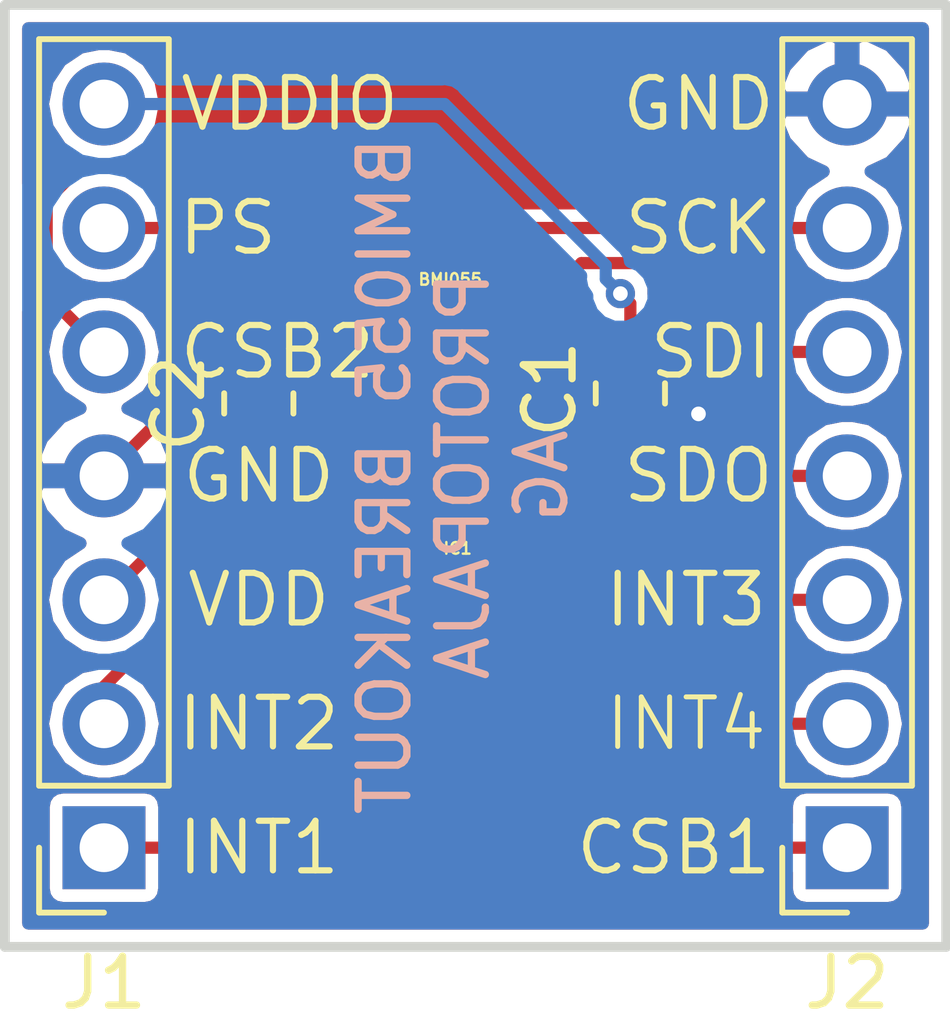
<source format=kicad_pcb>
(kicad_pcb (version 20171130) (host pcbnew 5.0.0-rc3-6a2723a~65~ubuntu18.04.1)

  (general
    (thickness 1.6)
    (drawings 19)
    (tracks 100)
    (zones 0)
    (modules 5)
    (nets 14)
  )

  (page A4)
  (title_block
    (title "BMI055 BREAKOUT")
    (date 2018-07-12)
    (rev 1)
  )

  (layers
    (0 F.Cu signal)
    (31 B.Cu signal)
    (32 B.Adhes user)
    (33 F.Adhes user)
    (34 B.Paste user)
    (35 F.Paste user)
    (36 B.SilkS user)
    (37 F.SilkS user)
    (38 B.Mask user)
    (39 F.Mask user)
    (40 Dwgs.User user)
    (41 Cmts.User user)
    (42 Eco1.User user)
    (43 Eco2.User user)
    (44 Edge.Cuts user)
    (45 Margin user)
    (46 B.CrtYd user)
    (47 F.CrtYd user)
    (48 B.Fab user hide)
    (49 F.Fab user hide)
  )

  (setup
    (last_trace_width 0.25)
    (user_trace_width 0.4)
    (trace_clearance 0.2)
    (zone_clearance 0.508)
    (zone_45_only no)
    (trace_min 0.2)
    (segment_width 0.2)
    (edge_width 0.15)
    (via_size 0.6)
    (via_drill 0.3)
    (via_min_size 0.6)
    (via_min_drill 0.3)
    (uvia_size 0.3)
    (uvia_drill 0.1)
    (uvias_allowed no)
    (uvia_min_size 0.2)
    (uvia_min_drill 0.1)
    (pcb_text_width 0.3)
    (pcb_text_size 1.5 1.5)
    (mod_edge_width 0.15)
    (mod_text_size 1 1)
    (mod_text_width 0.15)
    (pad_size 1.524 1.524)
    (pad_drill 0.762)
    (pad_to_mask_clearance 0.0254)
    (aux_axis_origin 0 0)
    (visible_elements FFFFFF7F)
    (pcbplotparams
      (layerselection 0x010f0_ffffffff)
      (usegerberextensions false)
      (usegerberattributes false)
      (usegerberadvancedattributes false)
      (creategerberjobfile false)
      (excludeedgelayer true)
      (linewidth 0.100000)
      (plotframeref false)
      (viasonmask false)
      (mode 1)
      (useauxorigin false)
      (hpglpennumber 1)
      (hpglpenspeed 20)
      (hpglpendiameter 15.000000)
      (psnegative false)
      (psa4output false)
      (plotreference true)
      (plotvalue true)
      (plotinvisibletext false)
      (padsonsilk false)
      (subtractmaskfromsilk false)
      (outputformat 1)
      (mirror false)
      (drillshape 0)
      (scaleselection 1)
      (outputdirectory "gerber/"))
  )

  (net 0 "")
  (net 1 /VDDIO)
  (net 2 GND)
  (net 3 /VDD)
  (net 4 /INT2)
  (net 5 /CSB2)
  (net 6 /PS)
  (net 7 /SCK)
  (net 8 /SDI)
  (net 9 /SDO)
  (net 10 /INT3)
  (net 11 /INT4)
  (net 12 /CSB1)
  (net 13 /INT1)

  (net_class Default "This is the default net class."
    (clearance 0.2)
    (trace_width 0.25)
    (via_dia 0.6)
    (via_drill 0.3)
    (uvia_dia 0.3)
    (uvia_drill 0.1)
    (add_net /CSB1)
    (add_net /CSB2)
    (add_net /INT1)
    (add_net /INT2)
    (add_net /INT3)
    (add_net /INT4)
    (add_net /PS)
    (add_net /SCK)
    (add_net /SDI)
    (add_net /SDO)
    (add_net /VDD)
    (add_net /VDDIO)
    (add_net GND)
  )

  (module Capacitor_SMD:C_0805_2012Metric (layer F.Cu) (tedit 5B20DC38) (tstamp 5B521563)
    (at 188.595 91.02 270)
    (descr "Capacitor SMD 0805 (2012 Metric), square (rectangular) end terminal, IPC_7351 nominal, (Body size source: http://www.tortai-tech.com/upload/download/2011102023233369053.pdf), generated with kicad-footprint-generator")
    (tags capacitor)
    (path /5B45B374)
    (attr smd)
    (fp_text reference C1 (at -0.088 1.651 270) (layer F.SilkS)
      (effects (font (size 1 1) (thickness 0.15)))
    )
    (fp_text value C (at 0 1.65 270) (layer F.Fab)
      (effects (font (size 1 1) (thickness 0.15)))
    )
    (fp_line (start -1 0.6) (end -1 -0.6) (layer F.Fab) (width 0.1))
    (fp_line (start -1 -0.6) (end 1 -0.6) (layer F.Fab) (width 0.1))
    (fp_line (start 1 -0.6) (end 1 0.6) (layer F.Fab) (width 0.1))
    (fp_line (start 1 0.6) (end -1 0.6) (layer F.Fab) (width 0.1))
    (fp_line (start -0.207983 -0.71) (end 0.207983 -0.71) (layer F.SilkS) (width 0.12))
    (fp_line (start -0.207983 0.71) (end 0.207983 0.71) (layer F.SilkS) (width 0.12))
    (fp_line (start -1.68 0.95) (end -1.68 -0.95) (layer F.CrtYd) (width 0.05))
    (fp_line (start -1.68 -0.95) (end 1.68 -0.95) (layer F.CrtYd) (width 0.05))
    (fp_line (start 1.68 -0.95) (end 1.68 0.95) (layer F.CrtYd) (width 0.05))
    (fp_line (start 1.68 0.95) (end -1.68 0.95) (layer F.CrtYd) (width 0.05))
    (fp_text user %R (at 0 0 270) (layer F.Fab)
      (effects (font (size 0.5 0.5) (thickness 0.08)))
    )
    (pad 1 smd roundrect (at -0.85 0 270) (size 1.15 1.4) (layers F.Cu F.Paste F.Mask) (roundrect_rratio 0.217391)
      (net 1 /VDDIO))
    (pad 2 smd roundrect (at 0.85 0 270) (size 1.15 1.4) (layers F.Cu F.Paste F.Mask) (roundrect_rratio 0.217391)
      (net 2 GND))
    (model ${KISYS3DMOD}/Capacitor_SMD.3dshapes/C_0805_2012Metric.wrl
      (at (xyz 0 0 0))
      (scale (xyz 1 1 1))
      (rotate (xyz 0 0 0))
    )
  )

  (module Capacitor_SMD:C_0805_2012Metric (layer F.Cu) (tedit 5B20DC38) (tstamp 5B521574)
    (at 180.975 91.225 90)
    (descr "Capacitor SMD 0805 (2012 Metric), square (rectangular) end terminal, IPC_7351 nominal, (Body size source: http://www.tortai-tech.com/upload/download/2011102023233369053.pdf), generated with kicad-footprint-generator")
    (tags capacitor)
    (path /5B45B467)
    (attr smd)
    (fp_text reference C2 (at 0 -1.65 90) (layer F.SilkS)
      (effects (font (size 1 1) (thickness 0.15)))
    )
    (fp_text value C (at 0 1.65 90) (layer F.Fab)
      (effects (font (size 1 1) (thickness 0.15)))
    )
    (fp_text user %R (at 0 0 90) (layer F.Fab)
      (effects (font (size 0.5 0.5) (thickness 0.08)))
    )
    (fp_line (start 1.68 0.95) (end -1.68 0.95) (layer F.CrtYd) (width 0.05))
    (fp_line (start 1.68 -0.95) (end 1.68 0.95) (layer F.CrtYd) (width 0.05))
    (fp_line (start -1.68 -0.95) (end 1.68 -0.95) (layer F.CrtYd) (width 0.05))
    (fp_line (start -1.68 0.95) (end -1.68 -0.95) (layer F.CrtYd) (width 0.05))
    (fp_line (start -0.207983 0.71) (end 0.207983 0.71) (layer F.SilkS) (width 0.12))
    (fp_line (start -0.207983 -0.71) (end 0.207983 -0.71) (layer F.SilkS) (width 0.12))
    (fp_line (start 1 0.6) (end -1 0.6) (layer F.Fab) (width 0.1))
    (fp_line (start 1 -0.6) (end 1 0.6) (layer F.Fab) (width 0.1))
    (fp_line (start -1 -0.6) (end 1 -0.6) (layer F.Fab) (width 0.1))
    (fp_line (start -1 0.6) (end -1 -0.6) (layer F.Fab) (width 0.1))
    (pad 2 smd roundrect (at 0.85 0 90) (size 1.15 1.4) (layers F.Cu F.Paste F.Mask) (roundrect_rratio 0.217391)
      (net 2 GND))
    (pad 1 smd roundrect (at -0.85 0 90) (size 1.15 1.4) (layers F.Cu F.Paste F.Mask) (roundrect_rratio 0.217391)
      (net 3 /VDD))
    (model ${KISYS3DMOD}/Capacitor_SMD.3dshapes/C_0805_2012Metric.wrl
      (at (xyz 0 0 0))
      (scale (xyz 1 1 1))
      (rotate (xyz 0 0 0))
    )
  )

  (module BMI055:QFN50P300X450X100-16N (layer F.Cu) (tedit 0) (tstamp 5B52158D)
    (at 184.15 91.44 180)
    (path /5B45B061)
    (attr smd)
    (fp_text reference IC1 (at -0.902299 -2.75703 180) (layer F.SilkS)
      (effects (font (size 0.236824 0.236824) (thickness 0.05)))
    )
    (fp_text value BMI055 (at -0.75154 2.75565 180) (layer F.SilkS)
      (effects (font (size 0.236706 0.236706) (thickness 0.05)))
    )
    (fp_line (start -1.50026 2.24957) (end 1.49974 2.24957) (layer Dwgs.User) (width 0.05))
    (fp_line (start 1.49974 2.24957) (end 1.49974 -2.25043) (layer Dwgs.User) (width 0.05))
    (fp_line (start 1.49974 -2.25043) (end -1.50026 -2.25043) (layer Dwgs.User) (width 0.05))
    (fp_line (start -1.50026 -2.25043) (end -1.50026 2.24957) (layer Dwgs.User) (width 0.05))
    (fp_poly (pts (xy 1.05212 -2.15) (xy 1.4 -2.15) (xy 1.4 -1.80363) (xy 1.05212 -1.80363)) (layer Dwgs.User) (width 0))
    (pad 1 smd rect (at 1.26498 -1.4987 180) (size 0.675 0.25) (layers F.Cu F.Paste F.Mask)
      (net 4 /INT2))
    (pad 2 smd rect (at 1.26498 -0.9987 180) (size 0.675 0.25) (layers F.Cu F.Paste F.Mask))
    (pad 3 smd rect (at 1.26498 -0.4987 180) (size 0.675 0.25) (layers F.Cu F.Paste F.Mask)
      (net 3 /VDD))
    (pad 4 smd rect (at 1.26498 0.0013 180) (size 0.675 0.25) (layers F.Cu F.Paste F.Mask)
      (net 2 GND))
    (pad 5 smd rect (at 1.26498 0.5013 180) (size 0.675 0.25) (layers F.Cu F.Paste F.Mask)
      (net 5 /CSB2))
    (pad 6 smd rect (at 1.26498 1.0013 180) (size 0.675 0.25) (layers F.Cu F.Paste F.Mask)
      (net 2 GND))
    (pad 7 smd rect (at 1.26498 1.5013 180) (size 0.675 0.25) (layers F.Cu F.Paste F.Mask)
      (net 6 /PS))
    (pad 8 smd rect (at 0.000228 2.01189 270) (size 0.675 0.25) (layers F.Cu F.Paste F.Mask)
      (net 7 /SCK))
    (pad 9 smd rect (at -1.26184 1.49984) (size 0.675 0.25) (layers F.Cu F.Paste F.Mask)
      (net 8 /SDI))
    (pad 10 smd rect (at -1.26184 0.999841) (size 0.675 0.25) (layers F.Cu F.Paste F.Mask)
      (net 9 /SDO))
    (pad 11 smd rect (at -1.26184 0.499841) (size 0.675 0.25) (layers F.Cu F.Paste F.Mask)
      (net 1 /VDDIO))
    (pad 12 smd rect (at -1.26184 -0.000159) (size 0.675 0.25) (layers F.Cu F.Paste F.Mask)
      (net 10 /INT3))
    (pad 13 smd rect (at -1.26184 -0.500159) (size 0.675 0.25) (layers F.Cu F.Paste F.Mask)
      (net 11 /INT4))
    (pad 14 smd rect (at -1.26184 -1.00016) (size 0.675 0.25) (layers F.Cu F.Paste F.Mask)
      (net 12 /CSB1))
    (pad 15 smd rect (at -1.26184 -1.50016) (size 0.675 0.25) (layers F.Cu F.Paste F.Mask)
      (net 9 /SDO))
    (pad 16 smd rect (at 0.000128 -2.01258 270) (size 0.675 0.25) (layers F.Cu F.Paste F.Mask)
      (net 13 /INT1))
  )

  (module Connector_PinSocket_2.54mm:PinSocket_1x07_P2.54mm_Vertical (layer F.Cu) (tedit 5A19A433) (tstamp 5B5215A8)
    (at 177.8 100.33 180)
    (descr "Through hole straight socket strip, 1x07, 2.54mm pitch, single row (from Kicad 4.0.7), script generated")
    (tags "Through hole socket strip THT 1x07 2.54mm single row")
    (path /5B46335D)
    (fp_text reference J1 (at 0 -2.77 180) (layer F.SilkS)
      (effects (font (size 1 1) (thickness 0.15)))
    )
    (fp_text value Conn_01x07 (at 0 18.01 180) (layer F.Fab)
      (effects (font (size 1 1) (thickness 0.15)))
    )
    (fp_line (start -1.27 -1.27) (end 0.635 -1.27) (layer F.Fab) (width 0.1))
    (fp_line (start 0.635 -1.27) (end 1.27 -0.635) (layer F.Fab) (width 0.1))
    (fp_line (start 1.27 -0.635) (end 1.27 16.51) (layer F.Fab) (width 0.1))
    (fp_line (start 1.27 16.51) (end -1.27 16.51) (layer F.Fab) (width 0.1))
    (fp_line (start -1.27 16.51) (end -1.27 -1.27) (layer F.Fab) (width 0.1))
    (fp_line (start -1.33 1.27) (end 1.33 1.27) (layer F.SilkS) (width 0.12))
    (fp_line (start -1.33 1.27) (end -1.33 16.57) (layer F.SilkS) (width 0.12))
    (fp_line (start -1.33 16.57) (end 1.33 16.57) (layer F.SilkS) (width 0.12))
    (fp_line (start 1.33 1.27) (end 1.33 16.57) (layer F.SilkS) (width 0.12))
    (fp_line (start 1.33 -1.33) (end 1.33 0) (layer F.SilkS) (width 0.12))
    (fp_line (start 0 -1.33) (end 1.33 -1.33) (layer F.SilkS) (width 0.12))
    (fp_line (start -1.8 -1.8) (end 1.75 -1.8) (layer F.CrtYd) (width 0.05))
    (fp_line (start 1.75 -1.8) (end 1.75 17) (layer F.CrtYd) (width 0.05))
    (fp_line (start 1.75 17) (end -1.8 17) (layer F.CrtYd) (width 0.05))
    (fp_line (start -1.8 17) (end -1.8 -1.8) (layer F.CrtYd) (width 0.05))
    (fp_text user %R (at 0 7.62 270) (layer F.Fab)
      (effects (font (size 1 1) (thickness 0.15)))
    )
    (pad 1 thru_hole rect (at 0 0 180) (size 1.7 1.7) (drill 1) (layers *.Cu *.Mask)
      (net 13 /INT1))
    (pad 2 thru_hole oval (at 0 2.54 180) (size 1.7 1.7) (drill 1) (layers *.Cu *.Mask)
      (net 4 /INT2))
    (pad 3 thru_hole oval (at 0 5.08 180) (size 1.7 1.7) (drill 1) (layers *.Cu *.Mask)
      (net 3 /VDD))
    (pad 4 thru_hole oval (at 0 7.62 180) (size 1.7 1.7) (drill 1) (layers *.Cu *.Mask)
      (net 2 GND))
    (pad 5 thru_hole oval (at 0 10.16 180) (size 1.7 1.7) (drill 1) (layers *.Cu *.Mask)
      (net 5 /CSB2))
    (pad 6 thru_hole oval (at 0 12.7 180) (size 1.7 1.7) (drill 1) (layers *.Cu *.Mask)
      (net 6 /PS))
    (pad 7 thru_hole oval (at 0 15.24 180) (size 1.7 1.7) (drill 1) (layers *.Cu *.Mask)
      (net 1 /VDDIO))
    (model ${KISYS3DMOD}/Connector_PinSocket_2.54mm.3dshapes/PinSocket_1x07_P2.54mm_Vertical.wrl
      (at (xyz 0 0 0))
      (scale (xyz 1 1 1))
      (rotate (xyz 0 0 0))
    )
  )

  (module Connector_PinSocket_2.54mm:PinSocket_1x07_P2.54mm_Vertical (layer F.Cu) (tedit 5A19A433) (tstamp 5B5215C3)
    (at 193.04 100.33 180)
    (descr "Through hole straight socket strip, 1x07, 2.54mm pitch, single row (from Kicad 4.0.7), script generated")
    (tags "Through hole socket strip THT 1x07 2.54mm single row")
    (path /5B468807)
    (fp_text reference J2 (at 0 -2.77 180) (layer F.SilkS)
      (effects (font (size 1 1) (thickness 0.15)))
    )
    (fp_text value Conn_01x07 (at 0 18.01 180) (layer F.Fab)
      (effects (font (size 1 1) (thickness 0.15)))
    )
    (fp_text user %R (at 0 7.62 270) (layer F.Fab)
      (effects (font (size 1 1) (thickness 0.15)))
    )
    (fp_line (start -1.8 17) (end -1.8 -1.8) (layer F.CrtYd) (width 0.05))
    (fp_line (start 1.75 17) (end -1.8 17) (layer F.CrtYd) (width 0.05))
    (fp_line (start 1.75 -1.8) (end 1.75 17) (layer F.CrtYd) (width 0.05))
    (fp_line (start -1.8 -1.8) (end 1.75 -1.8) (layer F.CrtYd) (width 0.05))
    (fp_line (start 0 -1.33) (end 1.33 -1.33) (layer F.SilkS) (width 0.12))
    (fp_line (start 1.33 -1.33) (end 1.33 0) (layer F.SilkS) (width 0.12))
    (fp_line (start 1.33 1.27) (end 1.33 16.57) (layer F.SilkS) (width 0.12))
    (fp_line (start -1.33 16.57) (end 1.33 16.57) (layer F.SilkS) (width 0.12))
    (fp_line (start -1.33 1.27) (end -1.33 16.57) (layer F.SilkS) (width 0.12))
    (fp_line (start -1.33 1.27) (end 1.33 1.27) (layer F.SilkS) (width 0.12))
    (fp_line (start -1.27 16.51) (end -1.27 -1.27) (layer F.Fab) (width 0.1))
    (fp_line (start 1.27 16.51) (end -1.27 16.51) (layer F.Fab) (width 0.1))
    (fp_line (start 1.27 -0.635) (end 1.27 16.51) (layer F.Fab) (width 0.1))
    (fp_line (start 0.635 -1.27) (end 1.27 -0.635) (layer F.Fab) (width 0.1))
    (fp_line (start -1.27 -1.27) (end 0.635 -1.27) (layer F.Fab) (width 0.1))
    (pad 7 thru_hole oval (at 0 15.24 180) (size 1.7 1.7) (drill 1) (layers *.Cu *.Mask)
      (net 2 GND))
    (pad 6 thru_hole oval (at 0 12.7 180) (size 1.7 1.7) (drill 1) (layers *.Cu *.Mask)
      (net 7 /SCK))
    (pad 5 thru_hole oval (at 0 10.16 180) (size 1.7 1.7) (drill 1) (layers *.Cu *.Mask)
      (net 8 /SDI))
    (pad 4 thru_hole oval (at 0 7.62 180) (size 1.7 1.7) (drill 1) (layers *.Cu *.Mask)
      (net 10 /INT3))
    (pad 3 thru_hole oval (at 0 5.08 180) (size 1.7 1.7) (drill 1) (layers *.Cu *.Mask)
      (net 11 /INT4))
    (pad 2 thru_hole oval (at 0 2.54 180) (size 1.7 1.7) (drill 1) (layers *.Cu *.Mask)
      (net 12 /CSB1))
    (pad 1 thru_hole rect (at 0 0 180) (size 1.7 1.7) (drill 1) (layers *.Cu *.Mask)
      (net 9 /SDO))
    (model ${KISYS3DMOD}/Connector_PinSocket_2.54mm.3dshapes/PinSocket_1x07_P2.54mm_Vertical.wrl
      (at (xyz 0 0 0))
      (scale (xyz 1 1 1))
      (rotate (xyz 0 0 0))
    )
  )

  (gr_line (start 175.768 102.362) (end 195.072 102.362) (layer Edge.Cuts) (width 0.2))
  (gr_line (start 175.768 83.058) (end 175.768 102.362) (layer Edge.Cuts) (width 0.2))
  (gr_line (start 195.072 83.058) (end 175.768 83.058) (layer Edge.Cuts) (width 0.2))
  (gr_line (start 195.072 102.362) (end 195.072 83.058) (layer Edge.Cuts) (width 0.2))
  (gr_text "BMI055 BREAKOUT\nPROTOPAJA\nAG" (at 185.166 92.71 90) (layer B.SilkS)
    (effects (font (size 1 1) (thickness 0.15)) (justify mirror))
  )
  (gr_text GND (at 189.992 85.09) (layer F.SilkS)
    (effects (font (size 1.016 1.016) (thickness 0.127)))
  )
  (gr_text VDDIO (at 181.61 85.09) (layer F.SilkS)
    (effects (font (size 1.016 1.016) (thickness 0.127)))
  )
  (gr_text PS (at 180.34 87.63) (layer F.SilkS)
    (effects (font (size 1.016 1.016) (thickness 0.127)))
  )
  (gr_text CSB2 (at 181.356 90.17) (layer F.SilkS)
    (effects (font (size 1.016 1.016) (thickness 0.127)))
  )
  (gr_text GND (at 180.975 92.71) (layer F.SilkS)
    (effects (font (size 1.016 1.016) (thickness 0.127)))
  )
  (gr_text VDD (at 180.975 95.25) (layer F.SilkS)
    (effects (font (size 1.016 1.016) (thickness 0.127)))
  )
  (gr_text INT2 (at 180.975 97.79) (layer F.SilkS)
    (effects (font (size 1.016 1.016) (thickness 0.127)))
  )
  (gr_text INT1 (at 180.975 100.33) (layer F.SilkS)
    (effects (font (size 1.016 1.016) (thickness 0.127)))
  )
  (gr_text CSB1 (at 189.484 100.33) (layer F.SilkS)
    (effects (font (size 1.016 1.016) (thickness 0.127)))
  )
  (gr_text INT4 (at 189.738 97.79) (layer F.SilkS)
    (effects (font (size 1.016 1.016) (thickness 0.1016)))
  )
  (gr_text INT3 (at 189.738 95.25) (layer F.SilkS)
    (effects (font (size 1.016 1.016) (thickness 0.127)))
  )
  (gr_text SDO (at 189.992 92.71) (layer F.SilkS)
    (effects (font (size 1.016 1.016) (thickness 0.127)))
  )
  (gr_text SDI (at 190.246 90.17) (layer F.SilkS)
    (effects (font (size 1.016 1.016) (thickness 0.127)))
  )
  (gr_text SCK (at 189.992 87.63) (layer F.SilkS)
    (effects (font (size 1.016 1.016) (thickness 0.127)))
  )

  (segment (start 185.99934 90.940159) (end 185.41184 90.940159) (width 0.25) (layer F.Cu) (net 1) (status 20))
  (segment (start 187.824841 90.940159) (end 185.99934 90.940159) (width 0.25) (layer F.Cu) (net 1))
  (segment (start 188.595 90.17) (end 187.824841 90.940159) (width 0.25) (layer F.Cu) (net 1) (status 10))
  (segment (start 177.8 85.09) (end 184.785 85.09) (width 0.25) (layer B.Cu) (net 1) (status 10))
  (via (at 188.390434 88.974999) (size 0.6) (drill 0.3) (layers F.Cu B.Cu) (net 1))
  (segment (start 188.595 90.17) (end 188.595 89.179565) (width 0.25) (layer F.Cu) (net 1))
  (segment (start 188.595 89.179565) (end 188.390434 88.974999) (width 0.25) (layer F.Cu) (net 1))
  (segment (start 188.090435 88.675) (end 188.090435 88.395435) (width 0.25) (layer B.Cu) (net 1))
  (segment (start 188.090435 88.395435) (end 184.785 85.09) (width 0.25) (layer B.Cu) (net 1))
  (segment (start 188.390434 88.974999) (end 188.090435 88.675) (width 0.25) (layer B.Cu) (net 1))
  (segment (start 181.0387 90.4387) (end 180.975 90.375) (width 0.25) (layer F.Cu) (net 2) (status 30))
  (segment (start 182.88502 90.4387) (end 181.0387 90.4387) (width 0.25) (layer F.Cu) (net 2) (status 30))
  (segment (start 180.135 90.375) (end 177.8 92.71) (width 0.25) (layer F.Cu) (net 2) (status 20))
  (segment (start 180.975 90.375) (end 180.135 90.375) (width 0.25) (layer F.Cu) (net 2) (status 10))
  (segment (start 182.222519 91.363699) (end 182.29882 91.44) (width 0.25) (layer F.Cu) (net 2))
  (segment (start 182.88502 90.4387) (end 182.29752 90.4387) (width 0.25) (layer F.Cu) (net 2) (status 10))
  (segment (start 182.29752 91.4387) (end 182.88502 91.4387) (width 0.25) (layer F.Cu) (net 2) (status 20))
  (segment (start 182.222519 91.363699) (end 182.29752 91.4387) (width 0.25) (layer F.Cu) (net 2))
  (segment (start 185.599002 92.71) (end 179.002081 92.71) (width 0.25) (layer B.Cu) (net 2))
  (segment (start 179.002081 92.71) (end 177.8 92.71) (width 0.25) (layer B.Cu) (net 2) (status 20))
  (segment (start 189.145001 89.164001) (end 185.599002 92.71) (width 0.25) (layer B.Cu) (net 2))
  (segment (start 191.77 85.09) (end 189.145001 87.714999) (width 0.25) (layer B.Cu) (net 2))
  (segment (start 188.595 91.87) (end 189.562 91.87) (width 0.25) (layer F.Cu) (net 2) (status 10))
  (segment (start 189.562 91.87) (end 189.992 91.44) (width 0.25) (layer F.Cu) (net 2))
  (segment (start 189.145001 87.714999) (end 189.145001 89.164001) (width 0.25) (layer B.Cu) (net 2))
  (segment (start 189.145001 89.164001) (end 189.748001 89.164001) (width 0.25) (layer B.Cu) (net 2))
  (segment (start 189.992 89.408) (end 189.992 91.44) (width 0.25) (layer B.Cu) (net 2))
  (segment (start 189.748001 89.164001) (end 189.992 89.408) (width 0.25) (layer B.Cu) (net 2))
  (segment (start 191.77 85.09) (end 193.04 85.09) (width 0.25) (layer B.Cu) (net 2) (status 20))
  (segment (start 182.222519 90.513701) (end 182.29752 90.4387) (width 0.25) (layer F.Cu) (net 2))
  (segment (start 182.222519 91.363699) (end 182.222519 90.513701) (width 0.25) (layer F.Cu) (net 2))
  (segment (start 189.992 91.44) (end 189.992 91.44) (width 0.25) (layer F.Cu) (net 2) (tstamp 5B535BEF))
  (via (at 189.992 91.44) (size 0.6) (drill 0.3) (layers F.Cu B.Cu) (net 2))
  (segment (start 181.1113 91.9387) (end 180.975 92.075) (width 0.25) (layer F.Cu) (net 3) (status 30))
  (segment (start 182.88502 91.9387) (end 181.1113 91.9387) (width 0.25) (layer F.Cu) (net 3) (status 30))
  (segment (start 180.975 92.075) (end 177.8 95.25) (width 0.25) (layer F.Cu) (net 3) (status 30))
  (segment (start 177.82122 97.79) (end 177.8 97.79) (width 0.25) (layer F.Cu) (net 4) (status 30))
  (segment (start 182.88502 92.9387) (end 182.67252 92.9387) (width 0.25) (layer F.Cu) (net 4) (status 30))
  (segment (start 177.8 97.028) (end 177.8 97.79) (width 0.25) (layer F.Cu) (net 4) (status 30))
  (segment (start 182.88502 92.9387) (end 181.8893 92.9387) (width 0.25) (layer F.Cu) (net 4) (status 10))
  (segment (start 181.8893 92.9387) (end 177.8 97.028) (width 0.25) (layer F.Cu) (net 4) (status 20))
  (segment (start 176.624999 88.994999) (end 176.950001 89.320001) (width 0.25) (layer F.Cu) (net 5) (status 20))
  (segment (start 177.330998 86.36) (end 176.624999 87.065999) (width 0.25) (layer F.Cu) (net 5))
  (segment (start 180.34 86.36) (end 177.330998 86.36) (width 0.25) (layer F.Cu) (net 5))
  (segment (start 183.432522 90.9387) (end 183.547521 90.823701) (width 0.25) (layer F.Cu) (net 5))
  (segment (start 176.950001 89.320001) (end 177.8 90.17) (width 0.25) (layer F.Cu) (net 5) (status 30))
  (segment (start 182.88502 90.9387) (end 183.432522 90.9387) (width 0.25) (layer F.Cu) (net 5) (status 10))
  (segment (start 176.624999 87.065999) (end 176.624999 88.994999) (width 0.25) (layer F.Cu) (net 5))
  (segment (start 183.547521 90.823701) (end 183.547521 89.553699) (width 0.25) (layer F.Cu) (net 5))
  (segment (start 183.547521 89.553699) (end 180.448821 86.454999) (width 0.25) (layer F.Cu) (net 5))
  (segment (start 180.448821 86.454999) (end 180.434999 86.454999) (width 0.25) (layer F.Cu) (net 5))
  (segment (start 180.434999 86.454999) (end 180.34 86.36) (width 0.25) (layer F.Cu) (net 5))
  (segment (start 179.002081 87.63) (end 177.8 87.63) (width 0.25) (layer F.Cu) (net 6) (status 20))
  (segment (start 182.88502 89.9387) (end 182.67252 89.9387) (width 0.25) (layer F.Cu) (net 6) (status 30))
  (segment (start 182.88502 89.9387) (end 182.1407 89.9387) (width 0.25) (layer F.Cu) (net 6) (status 10))
  (segment (start 181.864 89.662) (end 179.832 87.63) (width 0.25) (layer F.Cu) (net 6))
  (segment (start 182.1407 89.9387) (end 181.864 89.662) (width 0.25) (layer F.Cu) (net 6))
  (segment (start 179.832 87.63) (end 179.002081 87.63) (width 0.25) (layer F.Cu) (net 6))
  (segment (start 184.149772 89.21561) (end 184.15 89.215382) (width 0.25) (layer F.Cu) (net 7) (status 30))
  (segment (start 184.149772 89.42811) (end 184.149772 89.21561) (width 0.25) (layer F.Cu) (net 7) (status 30))
  (segment (start 184.15 89.215382) (end 184.15 88.265) (width 0.25) (layer F.Cu) (net 7) (status 10))
  (segment (start 184.785 87.63) (end 191.77 87.63) (width 0.25) (layer F.Cu) (net 7))
  (segment (start 184.15 88.265) (end 184.785 87.63) (width 0.25) (layer F.Cu) (net 7))
  (segment (start 191.77 87.63) (end 193.04 87.63) (width 0.25) (layer F.Cu) (net 7) (status 20))
  (segment (start 189.949999 88.349999) (end 191.77 90.17) (width 0.25) (layer F.Cu) (net 8))
  (segment (start 187.589501 88.349999) (end 189.949999 88.349999) (width 0.25) (layer F.Cu) (net 8))
  (segment (start 185.41184 89.94016) (end 185.99934 89.94016) (width 0.25) (layer F.Cu) (net 8) (status 10))
  (segment (start 191.77 90.17) (end 193.04 90.17) (width 0.25) (layer F.Cu) (net 8) (status 20))
  (segment (start 185.99934 89.94016) (end 187.589501 88.349999) (width 0.25) (layer F.Cu) (net 8))
  (segment (start 185.41184 95.07184) (end 190.67 100.33) (width 0.25) (layer F.Cu) (net 9))
  (segment (start 190.67 100.33) (end 191.77 100.33) (width 0.25) (layer F.Cu) (net 9))
  (segment (start 185.41184 92.94016) (end 185.41184 95.07184) (width 0.25) (layer F.Cu) (net 9) (status 10))
  (segment (start 184.82434 90.440159) (end 184.749339 90.51516) (width 0.25) (layer F.Cu) (net 9))
  (segment (start 184.82434 92.94016) (end 185.41184 92.94016) (width 0.25) (layer F.Cu) (net 9) (status 20))
  (segment (start 184.749339 92.865159) (end 184.82434 92.94016) (width 0.25) (layer F.Cu) (net 9))
  (segment (start 184.749339 90.51516) (end 184.749339 92.865159) (width 0.25) (layer F.Cu) (net 9))
  (segment (start 185.41184 90.440159) (end 184.82434 90.440159) (width 0.25) (layer F.Cu) (net 9) (status 10))
  (segment (start 191.77 100.33) (end 193.04 100.33) (width 0.25) (layer F.Cu) (net 9) (status 20))
  (segment (start 190.567919 92.71) (end 191.77 92.71) (width 0.25) (layer F.Cu) (net 10))
  (segment (start 190.507909 92.77001) (end 190.567919 92.71) (width 0.25) (layer F.Cu) (net 10))
  (segment (start 185.41184 91.440159) (end 186.689841 91.440159) (width 0.25) (layer F.Cu) (net 10) (status 10))
  (segment (start 186.689841 91.440159) (end 187.324682 92.075) (width 0.25) (layer F.Cu) (net 10))
  (segment (start 187.90682 92.77001) (end 190.507909 92.77001) (width 0.25) (layer F.Cu) (net 10))
  (segment (start 187.324682 92.187872) (end 187.90682 92.77001) (width 0.25) (layer F.Cu) (net 10))
  (segment (start 187.324682 92.075) (end 187.324682 92.187872) (width 0.25) (layer F.Cu) (net 10))
  (segment (start 191.77 92.71) (end 193.04 92.71) (width 0.25) (layer F.Cu) (net 10) (status 20))
  (segment (start 185.41184 91.940159) (end 186.428159 91.940159) (width 0.25) (layer F.Cu) (net 11) (status 10))
  (segment (start 189.738 95.25) (end 191.77 95.25) (width 0.25) (layer F.Cu) (net 11))
  (segment (start 186.428159 91.940159) (end 189.738 95.25) (width 0.25) (layer F.Cu) (net 11))
  (segment (start 191.77 95.25) (end 193.04 95.25) (width 0.25) (layer F.Cu) (net 11) (status 20))
  (segment (start 190.920001 96.940001) (end 191.77 97.79) (width 0.25) (layer F.Cu) (net 12))
  (segment (start 190.499181 96.940001) (end 190.920001 96.940001) (width 0.25) (layer F.Cu) (net 12))
  (segment (start 185.99934 92.44016) (end 190.499181 96.940001) (width 0.25) (layer F.Cu) (net 12))
  (segment (start 185.41184 92.44016) (end 185.99934 92.44016) (width 0.25) (layer F.Cu) (net 12) (status 10))
  (segment (start 191.77 97.79) (end 193.04 97.79) (width 0.25) (layer F.Cu) (net 12) (status 20))
  (segment (start 177.8 100.014952) (end 177.8 100.33) (width 0.25) (layer F.Cu) (net 13) (status 30))
  (segment (start 184.149872 93.45258) (end 184.149872 93.66508) (width 0.25) (layer F.Cu) (net 13) (status 30))
  (segment (start 184.149872 93.45258) (end 184.149872 95.885128) (width 0.25) (layer F.Cu) (net 13) (status 10))
  (segment (start 179.705 100.33) (end 177.8 100.33) (width 0.25) (layer F.Cu) (net 13) (status 20))
  (segment (start 184.149872 95.885128) (end 179.705 100.33) (width 0.25) (layer F.Cu) (net 13))

  (zone (net 2) (net_name GND) (layer F.Cu) (tstamp 5B473BE3) (hatch edge 0.508)
    (connect_pads (clearance 0.254))
    (min_thickness 0.254)
    (fill yes (arc_segments 16) (thermal_gap 0.508) (thermal_bridge_width 0.508))
    (polygon
      (pts
        (xy 175.768 83.058) (xy 195.072 83.058) (xy 195.072 102.362) (xy 175.768 102.362)
      )
    )
    (filled_polygon
      (pts
        (xy 194.591 101.881) (xy 176.249 101.881) (xy 176.249 89.343052) (xy 176.260194 89.359805) (xy 176.302444 89.388035)
        (xy 176.627443 89.713035) (xy 176.627446 89.713037) (xy 176.634397 89.719988) (xy 176.544884 90.17) (xy 176.640424 90.650312)
        (xy 176.912499 91.057501) (xy 177.316963 91.327755) (xy 176.918642 91.514817) (xy 176.528355 91.943076) (xy 176.358524 92.35311)
        (xy 176.479845 92.583) (xy 177.673 92.583) (xy 177.673 92.563) (xy 177.927 92.563) (xy 177.927 92.583)
        (xy 179.120155 92.583) (xy 179.241476 92.35311) (xy 179.071645 91.943076) (xy 178.681358 91.514817) (xy 178.283037 91.327755)
        (xy 178.687501 91.057501) (xy 178.959576 90.650312) (xy 179.055116 90.17) (xy 178.959576 89.689688) (xy 178.687501 89.282499)
        (xy 178.280312 89.010424) (xy 177.921239 88.939) (xy 177.678761 88.939) (xy 177.349988 89.004397) (xy 177.343037 88.997446)
        (xy 177.343035 88.997443) (xy 177.130999 88.785408) (xy 177.130999 88.663498) (xy 177.319688 88.789576) (xy 177.678761 88.861)
        (xy 177.921239 88.861) (xy 178.280312 88.789576) (xy 178.687501 88.517501) (xy 178.942412 88.136) (xy 179.622409 88.136)
        (xy 180.651408 89.165) (xy 180.14869 89.165) (xy 179.915301 89.261673) (xy 179.736673 89.440302) (xy 179.64 89.673691)
        (xy 179.64 90.08925) (xy 179.79875 90.248) (xy 180.848 90.248) (xy 180.848 90.228) (xy 181.102 90.228)
        (xy 181.102 90.248) (xy 181.122 90.248) (xy 181.122 90.502) (xy 181.102 90.502) (xy 181.102 90.522)
        (xy 180.848 90.522) (xy 180.848 90.502) (xy 179.79875 90.502) (xy 179.64 90.66075) (xy 179.64 91.076309)
        (xy 179.736673 91.309698) (xy 179.915301 91.488327) (xy 179.939912 91.498521) (xy 179.935136 91.50567) (xy 179.886536 91.749999)
        (xy 179.886536 92.400001) (xy 179.894478 92.43993) (xy 179.223063 93.111345) (xy 179.241476 93.06689) (xy 179.120155 92.837)
        (xy 177.927 92.837) (xy 177.927 92.857) (xy 177.673 92.857) (xy 177.673 92.837) (xy 176.479845 92.837)
        (xy 176.358524 93.06689) (xy 176.528355 93.476924) (xy 176.918642 93.905183) (xy 177.316963 94.092245) (xy 176.912499 94.362499)
        (xy 176.640424 94.769688) (xy 176.544884 95.25) (xy 176.640424 95.730312) (xy 176.912499 96.137501) (xy 177.319688 96.409576)
        (xy 177.639265 96.473144) (xy 177.522284 96.590125) (xy 177.319688 96.630424) (xy 176.912499 96.902499) (xy 176.640424 97.309688)
        (xy 176.544884 97.79) (xy 176.640424 98.270312) (xy 176.912499 98.677501) (xy 177.319688 98.949576) (xy 177.678761 99.021)
        (xy 177.921239 99.021) (xy 178.280312 98.949576) (xy 178.687501 98.677501) (xy 178.959576 98.270312) (xy 179.055116 97.79)
        (xy 178.959576 97.309688) (xy 178.687501 96.902499) (xy 178.659681 96.88391) (xy 182.098893 93.4447) (xy 182.509996 93.4447)
        (xy 182.54752 93.452164) (xy 183.22252 93.452164) (xy 183.371179 93.422594) (xy 183.497206 93.338386) (xy 183.581414 93.212359)
        (xy 183.610984 93.0637) (xy 183.610984 92.8137) (xy 183.58612 92.6887) (xy 183.610984 92.5637) (xy 183.610984 92.3137)
        (xy 183.58612 92.1887) (xy 183.60861 92.075635) (xy 183.760847 91.923399) (xy 183.85752 91.69001) (xy 183.85752 91.65995)
        (xy 183.69877 91.5012) (xy 183.440613 91.5012) (xy 183.371179 91.454806) (xy 183.320373 91.4447) (xy 183.382688 91.4447)
        (xy 183.432522 91.454613) (xy 183.482356 91.4447) (xy 183.482357 91.4447) (xy 183.629953 91.415341) (xy 183.688532 91.3762)
        (xy 183.69877 91.3762) (xy 183.719384 91.355586) (xy 183.797328 91.303506) (xy 183.825561 91.261252) (xy 183.870074 91.216739)
        (xy 183.912327 91.188507) (xy 184.024162 91.021132) (xy 184.053521 90.873536) (xy 184.053521 90.873535) (xy 184.063434 90.823702)
        (xy 184.053521 90.773868) (xy 184.053521 90.154074) (xy 184.274772 90.154074) (xy 184.423132 90.124564) (xy 184.384533 90.150354)
        (xy 184.272698 90.31773) (xy 184.251023 90.426695) (xy 184.233426 90.51516) (xy 184.243339 90.564994) (xy 184.24334 92.726616)
        (xy 184.024872 92.726616) (xy 183.876213 92.756186) (xy 183.750186 92.840394) (xy 183.665978 92.966421) (xy 183.636408 93.11508)
        (xy 183.636408 93.79008) (xy 183.643872 93.827605) (xy 183.643873 95.675535) (xy 179.495409 99.824) (xy 179.038464 99.824)
        (xy 179.038464 99.48) (xy 179.008894 99.331341) (xy 178.924686 99.205314) (xy 178.798659 99.121106) (xy 178.65 99.091536)
        (xy 176.95 99.091536) (xy 176.801341 99.121106) (xy 176.675314 99.205314) (xy 176.591106 99.331341) (xy 176.561536 99.48)
        (xy 176.561536 101.18) (xy 176.591106 101.328659) (xy 176.675314 101.454686) (xy 176.801341 101.538894) (xy 176.95 101.568464)
        (xy 178.65 101.568464) (xy 178.798659 101.538894) (xy 178.924686 101.454686) (xy 179.008894 101.328659) (xy 179.038464 101.18)
        (xy 179.038464 100.836) (xy 179.655166 100.836) (xy 179.705 100.845913) (xy 179.754834 100.836) (xy 179.754835 100.836)
        (xy 179.902431 100.806641) (xy 180.069806 100.694806) (xy 180.098039 100.652552) (xy 184.472427 96.278165) (xy 184.514678 96.249934)
        (xy 184.626513 96.082559) (xy 184.655872 95.934963) (xy 184.665785 95.885129) (xy 184.655872 95.835295) (xy 184.655872 93.827604)
        (xy 184.663336 93.79008) (xy 184.663336 93.424047) (xy 184.774505 93.44616) (xy 184.824339 93.456073) (xy 184.874173 93.44616)
        (xy 184.90584 93.44616) (xy 184.905841 95.022001) (xy 184.895927 95.07184) (xy 184.931367 95.25) (xy 184.9352 95.269271)
        (xy 185.047035 95.436646) (xy 185.089286 95.464877) (xy 190.276963 100.652555) (xy 190.305194 100.694806) (xy 190.472569 100.806641)
        (xy 190.620165 100.836) (xy 190.669999 100.845913) (xy 190.719833 100.836) (xy 191.801536 100.836) (xy 191.801536 101.18)
        (xy 191.831106 101.328659) (xy 191.915314 101.454686) (xy 192.041341 101.538894) (xy 192.19 101.568464) (xy 193.89 101.568464)
        (xy 194.038659 101.538894) (xy 194.164686 101.454686) (xy 194.248894 101.328659) (xy 194.278464 101.18) (xy 194.278464 99.48)
        (xy 194.248894 99.331341) (xy 194.164686 99.205314) (xy 194.038659 99.121106) (xy 193.89 99.091536) (xy 192.19 99.091536)
        (xy 192.041341 99.121106) (xy 191.915314 99.205314) (xy 191.831106 99.331341) (xy 191.801536 99.48) (xy 191.801536 99.824)
        (xy 190.879592 99.824) (xy 185.91784 94.862249) (xy 185.91784 93.410797) (xy 186.024026 93.339846) (xy 186.087876 93.244287)
        (xy 190.106144 97.262556) (xy 190.134375 97.304807) (xy 190.30175 97.416642) (xy 190.449346 97.446001) (xy 190.49918 97.455914)
        (xy 190.549014 97.446001) (xy 190.71041 97.446001) (xy 191.376963 98.112555) (xy 191.405194 98.154806) (xy 191.572569 98.266641)
        (xy 191.720165 98.296) (xy 191.769999 98.305913) (xy 191.819833 98.296) (xy 191.897588 98.296) (xy 192.152499 98.677501)
        (xy 192.559688 98.949576) (xy 192.918761 99.021) (xy 193.161239 99.021) (xy 193.520312 98.949576) (xy 193.927501 98.677501)
        (xy 194.199576 98.270312) (xy 194.295116 97.79) (xy 194.199576 97.309688) (xy 193.927501 96.902499) (xy 193.520312 96.630424)
        (xy 193.161239 96.559) (xy 192.918761 96.559) (xy 192.559688 96.630424) (xy 192.152499 96.902499) (xy 191.930434 97.234842)
        (xy 191.313039 96.617448) (xy 191.284807 96.575195) (xy 191.117432 96.46336) (xy 190.969836 96.434001) (xy 190.969835 96.434001)
        (xy 190.920001 96.424088) (xy 190.870167 96.434001) (xy 190.708773 96.434001) (xy 190.030772 95.756) (xy 191.897588 95.756)
        (xy 192.152499 96.137501) (xy 192.559688 96.409576) (xy 192.918761 96.481) (xy 193.161239 96.481) (xy 193.520312 96.409576)
        (xy 193.927501 96.137501) (xy 194.199576 95.730312) (xy 194.295116 95.25) (xy 194.199576 94.769688) (xy 193.927501 94.362499)
        (xy 193.520312 94.090424) (xy 193.161239 94.019) (xy 192.918761 94.019) (xy 192.559688 94.090424) (xy 192.152499 94.362499)
        (xy 191.897588 94.744) (xy 189.947592 94.744) (xy 188.479602 93.27601) (xy 190.458075 93.27601) (xy 190.507909 93.285923)
        (xy 190.557743 93.27601) (xy 190.557744 93.27601) (xy 190.70534 93.246651) (xy 190.751213 93.216) (xy 191.897588 93.216)
        (xy 192.152499 93.597501) (xy 192.559688 93.869576) (xy 192.918761 93.941) (xy 193.161239 93.941) (xy 193.520312 93.869576)
        (xy 193.927501 93.597501) (xy 194.199576 93.190312) (xy 194.295116 92.71) (xy 194.199576 92.229688) (xy 193.927501 91.822499)
        (xy 193.520312 91.550424) (xy 193.161239 91.479) (xy 192.918761 91.479) (xy 192.559688 91.550424) (xy 192.152499 91.822499)
        (xy 191.897588 92.204) (xy 190.617753 92.204) (xy 190.567919 92.194087) (xy 190.518085 92.204) (xy 190.518084 92.204)
        (xy 190.370488 92.233359) (xy 190.324615 92.26401) (xy 189.93 92.26401) (xy 189.93 92.15575) (xy 189.77125 91.997)
        (xy 188.722 91.997) (xy 188.722 92.017) (xy 188.468 92.017) (xy 188.468 91.997) (xy 188.448 91.997)
        (xy 188.448 91.743) (xy 188.468 91.743) (xy 188.468 91.723) (xy 188.722 91.723) (xy 188.722 91.743)
        (xy 189.77125 91.743) (xy 189.93 91.58425) (xy 189.93 91.168691) (xy 189.833327 90.935302) (xy 189.654699 90.756673)
        (xy 189.630088 90.746479) (xy 189.634864 90.73933) (xy 189.683464 90.495001) (xy 189.683464 89.844999) (xy 189.634864 89.60067)
        (xy 189.496463 89.393537) (xy 189.28933 89.255136) (xy 189.103243 89.218121) (xy 189.110913 89.179564) (xy 189.099576 89.122569)
        (xy 189.071641 88.982134) (xy 189.071434 88.981824) (xy 189.071434 88.855999) (xy 189.740408 88.855999) (xy 191.376963 90.492555)
        (xy 191.405194 90.534806) (xy 191.572569 90.646641) (xy 191.720165 90.676) (xy 191.769999 90.685913) (xy 191.819833 90.676)
        (xy 191.897588 90.676) (xy 192.152499 91.057501) (xy 192.559688 91.329576) (xy 192.918761 91.401) (xy 193.161239 91.401)
        (xy 193.520312 91.329576) (xy 193.927501 91.057501) (xy 194.199576 90.650312) (xy 194.295116 90.17) (xy 194.199576 89.689688)
        (xy 193.927501 89.282499) (xy 193.520312 89.010424) (xy 193.161239 88.939) (xy 192.918761 88.939) (xy 192.559688 89.010424)
        (xy 192.152499 89.282499) (xy 191.930434 89.614842) (xy 190.451591 88.136) (xy 191.897588 88.136) (xy 192.152499 88.517501)
        (xy 192.559688 88.789576) (xy 192.918761 88.861) (xy 193.161239 88.861) (xy 193.520312 88.789576) (xy 193.927501 88.517501)
        (xy 194.199576 88.110312) (xy 194.295116 87.63) (xy 194.199576 87.149688) (xy 193.927501 86.742499) (xy 193.523037 86.472245)
        (xy 193.921358 86.285183) (xy 194.311645 85.856924) (xy 194.481476 85.44689) (xy 194.360155 85.217) (xy 193.167 85.217)
        (xy 193.167 85.237) (xy 192.913 85.237) (xy 192.913 85.217) (xy 191.719845 85.217) (xy 191.598524 85.44689)
        (xy 191.768355 85.856924) (xy 192.158642 86.285183) (xy 192.556963 86.472245) (xy 192.152499 86.742499) (xy 191.897588 87.124)
        (xy 184.834835 87.124) (xy 184.785 87.114087) (xy 184.587568 87.153359) (xy 184.532781 87.189967) (xy 184.420194 87.265194)
        (xy 184.391963 87.307445) (xy 183.827445 87.871964) (xy 183.785195 87.900194) (xy 183.728401 87.985194) (xy 183.67336 88.067569)
        (xy 183.634087 88.265) (xy 183.644001 88.314839) (xy 183.644 88.934586) (xy 180.84186 86.132446) (xy 180.813627 86.090193)
        (xy 180.731709 86.035458) (xy 180.704806 85.995194) (xy 180.537431 85.883359) (xy 180.389835 85.854) (xy 180.389834 85.854)
        (xy 180.34 85.844087) (xy 180.290166 85.854) (xy 178.770022 85.854) (xy 178.959576 85.570312) (xy 179.055116 85.09)
        (xy 178.984127 84.73311) (xy 191.598524 84.73311) (xy 191.719845 84.963) (xy 192.913 84.963) (xy 192.913 83.769181)
        (xy 193.167 83.769181) (xy 193.167 84.963) (xy 194.360155 84.963) (xy 194.481476 84.73311) (xy 194.311645 84.323076)
        (xy 193.921358 83.894817) (xy 193.396892 83.648514) (xy 193.167 83.769181) (xy 192.913 83.769181) (xy 192.683108 83.648514)
        (xy 192.158642 83.894817) (xy 191.768355 84.323076) (xy 191.598524 84.73311) (xy 178.984127 84.73311) (xy 178.959576 84.609688)
        (xy 178.687501 84.202499) (xy 178.280312 83.930424) (xy 177.921239 83.859) (xy 177.678761 83.859) (xy 177.319688 83.930424)
        (xy 176.912499 84.202499) (xy 176.640424 84.609688) (xy 176.544884 85.09) (xy 176.640424 85.570312) (xy 176.912499 85.977501)
        (xy 176.957792 86.007765) (xy 176.937961 86.037445) (xy 176.302446 86.672961) (xy 176.260193 86.701193) (xy 176.249 86.717945)
        (xy 176.249 83.539) (xy 194.591001 83.539)
      )
    )
    (filled_polygon
      (pts
        (xy 182.398861 90.454806) (xy 182.329427 90.5012) (xy 182.31 90.5012) (xy 182.31 90.4447) (xy 182.449667 90.4447)
      )
    )
  )
  (zone (net 2) (net_name GND) (layer B.Cu) (tstamp 5B473BE0) (hatch edge 0.508)
    (connect_pads (clearance 0.254))
    (min_thickness 0.254)
    (fill yes (arc_segments 16) (thermal_gap 0.508) (thermal_bridge_width 0.508))
    (polygon
      (pts
        (xy 175.768 83.058) (xy 195.072 83.058) (xy 195.072 102.362) (xy 175.768 102.362)
      )
    )
    (filled_polygon
      (pts
        (xy 194.591 101.881) (xy 176.249 101.881) (xy 176.249 99.48) (xy 176.561536 99.48) (xy 176.561536 101.18)
        (xy 176.591106 101.328659) (xy 176.675314 101.454686) (xy 176.801341 101.538894) (xy 176.95 101.568464) (xy 178.65 101.568464)
        (xy 178.798659 101.538894) (xy 178.924686 101.454686) (xy 179.008894 101.328659) (xy 179.038464 101.18) (xy 179.038464 99.48)
        (xy 191.801536 99.48) (xy 191.801536 101.18) (xy 191.831106 101.328659) (xy 191.915314 101.454686) (xy 192.041341 101.538894)
        (xy 192.19 101.568464) (xy 193.89 101.568464) (xy 194.038659 101.538894) (xy 194.164686 101.454686) (xy 194.248894 101.328659)
        (xy 194.278464 101.18) (xy 194.278464 99.48) (xy 194.248894 99.331341) (xy 194.164686 99.205314) (xy 194.038659 99.121106)
        (xy 193.89 99.091536) (xy 192.19 99.091536) (xy 192.041341 99.121106) (xy 191.915314 99.205314) (xy 191.831106 99.331341)
        (xy 191.801536 99.48) (xy 179.038464 99.48) (xy 179.008894 99.331341) (xy 178.924686 99.205314) (xy 178.798659 99.121106)
        (xy 178.65 99.091536) (xy 176.95 99.091536) (xy 176.801341 99.121106) (xy 176.675314 99.205314) (xy 176.591106 99.331341)
        (xy 176.561536 99.48) (xy 176.249 99.48) (xy 176.249 97.79) (xy 176.544884 97.79) (xy 176.640424 98.270312)
        (xy 176.912499 98.677501) (xy 177.319688 98.949576) (xy 177.678761 99.021) (xy 177.921239 99.021) (xy 178.280312 98.949576)
        (xy 178.687501 98.677501) (xy 178.959576 98.270312) (xy 179.055116 97.79) (xy 191.784884 97.79) (xy 191.880424 98.270312)
        (xy 192.152499 98.677501) (xy 192.559688 98.949576) (xy 192.918761 99.021) (xy 193.161239 99.021) (xy 193.520312 98.949576)
        (xy 193.927501 98.677501) (xy 194.199576 98.270312) (xy 194.295116 97.79) (xy 194.199576 97.309688) (xy 193.927501 96.902499)
        (xy 193.520312 96.630424) (xy 193.161239 96.559) (xy 192.918761 96.559) (xy 192.559688 96.630424) (xy 192.152499 96.902499)
        (xy 191.880424 97.309688) (xy 191.784884 97.79) (xy 179.055116 97.79) (xy 178.959576 97.309688) (xy 178.687501 96.902499)
        (xy 178.280312 96.630424) (xy 177.921239 96.559) (xy 177.678761 96.559) (xy 177.319688 96.630424) (xy 176.912499 96.902499)
        (xy 176.640424 97.309688) (xy 176.544884 97.79) (xy 176.249 97.79) (xy 176.249 93.06689) (xy 176.358524 93.06689)
        (xy 176.528355 93.476924) (xy 176.918642 93.905183) (xy 177.316963 94.092245) (xy 176.912499 94.362499) (xy 176.640424 94.769688)
        (xy 176.544884 95.25) (xy 176.640424 95.730312) (xy 176.912499 96.137501) (xy 177.319688 96.409576) (xy 177.678761 96.481)
        (xy 177.921239 96.481) (xy 178.280312 96.409576) (xy 178.687501 96.137501) (xy 178.959576 95.730312) (xy 179.055116 95.25)
        (xy 191.784884 95.25) (xy 191.880424 95.730312) (xy 192.152499 96.137501) (xy 192.559688 96.409576) (xy 192.918761 96.481)
        (xy 193.161239 96.481) (xy 193.520312 96.409576) (xy 193.927501 96.137501) (xy 194.199576 95.730312) (xy 194.295116 95.25)
        (xy 194.199576 94.769688) (xy 193.927501 94.362499) (xy 193.520312 94.090424) (xy 193.161239 94.019) (xy 192.918761 94.019)
        (xy 192.559688 94.090424) (xy 192.152499 94.362499) (xy 191.880424 94.769688) (xy 191.784884 95.25) (xy 179.055116 95.25)
        (xy 178.959576 94.769688) (xy 178.687501 94.362499) (xy 178.283037 94.092245) (xy 178.681358 93.905183) (xy 179.071645 93.476924)
        (xy 179.241476 93.06689) (xy 179.120155 92.837) (xy 177.927 92.837) (xy 177.927 92.857) (xy 177.673 92.857)
        (xy 177.673 92.837) (xy 176.479845 92.837) (xy 176.358524 93.06689) (xy 176.249 93.06689) (xy 176.249 92.71)
        (xy 191.784884 92.71) (xy 191.880424 93.190312) (xy 192.152499 93.597501) (xy 192.559688 93.869576) (xy 192.918761 93.941)
        (xy 193.161239 93.941) (xy 193.520312 93.869576) (xy 193.927501 93.597501) (xy 194.199576 93.190312) (xy 194.295116 92.71)
        (xy 194.199576 92.229688) (xy 193.927501 91.822499) (xy 193.520312 91.550424) (xy 193.161239 91.479) (xy 192.918761 91.479)
        (xy 192.559688 91.550424) (xy 192.152499 91.822499) (xy 191.880424 92.229688) (xy 191.784884 92.71) (xy 176.249 92.71)
        (xy 176.249 92.35311) (xy 176.358524 92.35311) (xy 176.479845 92.583) (xy 177.673 92.583) (xy 177.673 92.563)
        (xy 177.927 92.563) (xy 177.927 92.583) (xy 179.120155 92.583) (xy 179.241476 92.35311) (xy 179.071645 91.943076)
        (xy 178.681358 91.514817) (xy 178.283037 91.327755) (xy 178.687501 91.057501) (xy 178.959576 90.650312) (xy 179.055116 90.17)
        (xy 191.784884 90.17) (xy 191.880424 90.650312) (xy 192.152499 91.057501) (xy 192.559688 91.329576) (xy 192.918761 91.401)
        (xy 193.161239 91.401) (xy 193.520312 91.329576) (xy 193.927501 91.057501) (xy 194.199576 90.650312) (xy 194.295116 90.17)
        (xy 194.199576 89.689688) (xy 193.927501 89.282499) (xy 193.520312 89.010424) (xy 193.161239 88.939) (xy 192.918761 88.939)
        (xy 192.559688 89.010424) (xy 192.152499 89.282499) (xy 191.880424 89.689688) (xy 191.784884 90.17) (xy 179.055116 90.17)
        (xy 178.959576 89.689688) (xy 178.687501 89.282499) (xy 178.280312 89.010424) (xy 177.921239 88.939) (xy 177.678761 88.939)
        (xy 177.319688 89.010424) (xy 176.912499 89.282499) (xy 176.640424 89.689688) (xy 176.544884 90.17) (xy 176.640424 90.650312)
        (xy 176.912499 91.057501) (xy 177.316963 91.327755) (xy 176.918642 91.514817) (xy 176.528355 91.943076) (xy 176.358524 92.35311)
        (xy 176.249 92.35311) (xy 176.249 87.63) (xy 176.544884 87.63) (xy 176.640424 88.110312) (xy 176.912499 88.517501)
        (xy 177.319688 88.789576) (xy 177.678761 88.861) (xy 177.921239 88.861) (xy 178.280312 88.789576) (xy 178.687501 88.517501)
        (xy 178.959576 88.110312) (xy 179.055116 87.63) (xy 178.959576 87.149688) (xy 178.687501 86.742499) (xy 178.280312 86.470424)
        (xy 177.921239 86.399) (xy 177.678761 86.399) (xy 177.319688 86.470424) (xy 176.912499 86.742499) (xy 176.640424 87.149688)
        (xy 176.544884 87.63) (xy 176.249 87.63) (xy 176.249 85.09) (xy 176.544884 85.09) (xy 176.640424 85.570312)
        (xy 176.912499 85.977501) (xy 177.319688 86.249576) (xy 177.678761 86.321) (xy 177.921239 86.321) (xy 178.280312 86.249576)
        (xy 178.687501 85.977501) (xy 178.942412 85.596) (xy 184.575409 85.596) (xy 187.584435 88.605027) (xy 187.584435 88.625166)
        (xy 187.574522 88.675) (xy 187.584435 88.724834) (xy 187.613794 88.87243) (xy 187.709434 89.015568) (xy 187.709434 89.110458)
        (xy 187.81311 89.360755) (xy 188.004678 89.552323) (xy 188.254975 89.655999) (xy 188.525893 89.655999) (xy 188.77619 89.552323)
        (xy 188.967758 89.360755) (xy 189.071434 89.110458) (xy 189.071434 88.83954) (xy 188.967758 88.589243) (xy 188.77619 88.397675)
        (xy 188.591583 88.321209) (xy 188.583777 88.281966) (xy 188.567076 88.198005) (xy 188.455241 88.030629) (xy 188.41299 88.002398)
        (xy 185.857482 85.44689) (xy 191.598524 85.44689) (xy 191.768355 85.856924) (xy 192.158642 86.285183) (xy 192.556963 86.472245)
        (xy 192.152499 86.742499) (xy 191.880424 87.149688) (xy 191.784884 87.63) (xy 191.880424 88.110312) (xy 192.152499 88.517501)
        (xy 192.559688 88.789576) (xy 192.918761 88.861) (xy 193.161239 88.861) (xy 193.520312 88.789576) (xy 193.927501 88.517501)
        (xy 194.199576 88.110312) (xy 194.295116 87.63) (xy 194.199576 87.149688) (xy 193.927501 86.742499) (xy 193.523037 86.472245)
        (xy 193.921358 86.285183) (xy 194.311645 85.856924) (xy 194.481476 85.44689) (xy 194.360155 85.217) (xy 193.167 85.217)
        (xy 193.167 85.237) (xy 192.913 85.237) (xy 192.913 85.217) (xy 191.719845 85.217) (xy 191.598524 85.44689)
        (xy 185.857482 85.44689) (xy 185.178039 84.767448) (xy 185.155096 84.73311) (xy 191.598524 84.73311) (xy 191.719845 84.963)
        (xy 192.913 84.963) (xy 192.913 83.769181) (xy 193.167 83.769181) (xy 193.167 84.963) (xy 194.360155 84.963)
        (xy 194.481476 84.73311) (xy 194.311645 84.323076) (xy 193.921358 83.894817) (xy 193.396892 83.648514) (xy 193.167 83.769181)
        (xy 192.913 83.769181) (xy 192.683108 83.648514) (xy 192.158642 83.894817) (xy 191.768355 84.323076) (xy 191.598524 84.73311)
        (xy 185.155096 84.73311) (xy 185.149806 84.725194) (xy 184.982431 84.613359) (xy 184.834835 84.584) (xy 184.834834 84.584)
        (xy 184.785 84.574087) (xy 184.735166 84.584) (xy 178.942412 84.584) (xy 178.687501 84.202499) (xy 178.280312 83.930424)
        (xy 177.921239 83.859) (xy 177.678761 83.859) (xy 177.319688 83.930424) (xy 176.912499 84.202499) (xy 176.640424 84.609688)
        (xy 176.544884 85.09) (xy 176.249 85.09) (xy 176.249 83.539) (xy 194.591001 83.539)
      )
    )
  )
)

</source>
